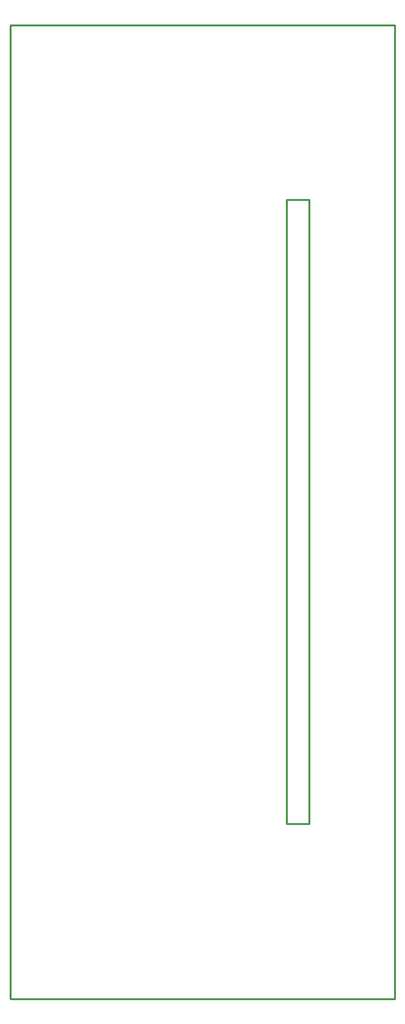
<source format=gko>
G04 start of page 4 for group 2 idx 2 *
G04 Title: 31.001.00.01.01.pcb, outline *
G04 Creator: pcb 4.2.2 *
G04 CreationDate: Sun Jan  3 11:16:11 2021 UTC *
G04 For: bert *
G04 Format: Gerber/RS-274X *
G04 PCB-Dimensions (mil): 3937.01 5905.51 *
G04 PCB-Coordinate-Origin: lower left *
%MOIN*%
%FSLAX25Y25*%
%LNGKO*%
%ADD22C,0.0100*%
G54D22*X238189Y47244D02*X238189Y551181D01*
X39370D02*X238189D01*
X39369Y551181D02*X39370Y47244D01*
X182087Y460630D02*X193898D01*
Y137795D01*
X182087D02*Y460630D01*
X39370Y47244D02*X238188Y47244D01*
X193898Y137795D02*X182087D01*
M02*

</source>
